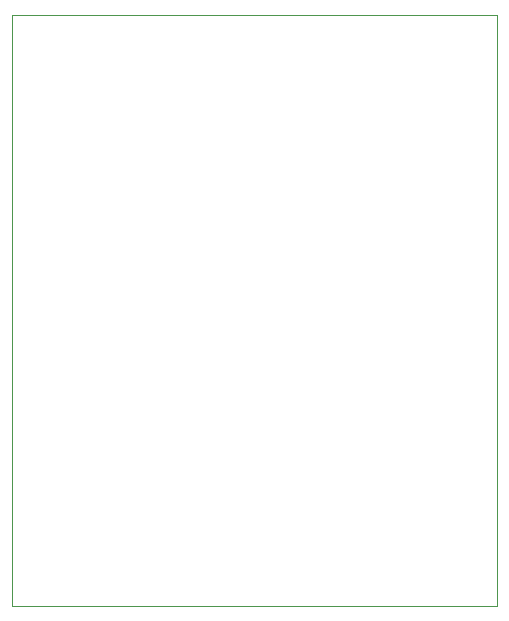
<source format=gbr>
%TF.GenerationSoftware,KiCad,Pcbnew,9.0.3*%
%TF.CreationDate,2025-07-13T15:08:49+05:30*%
%TF.ProjectId,lighting_pcb_tht,6c696768-7469-46e6-975f-7063625f7468,rev?*%
%TF.SameCoordinates,Original*%
%TF.FileFunction,Profile,NP*%
%FSLAX46Y46*%
G04 Gerber Fmt 4.6, Leading zero omitted, Abs format (unit mm)*
G04 Created by KiCad (PCBNEW 9.0.3) date 2025-07-13 15:08:49*
%MOMM*%
%LPD*%
G01*
G04 APERTURE LIST*
%TA.AperFunction,Profile*%
%ADD10C,0.050000*%
%TD*%
G04 APERTURE END LIST*
D10*
X0Y0D02*
X41000000Y0D01*
X41000000Y-50000000D01*
X0Y-50000000D01*
X0Y0D01*
M02*

</source>
